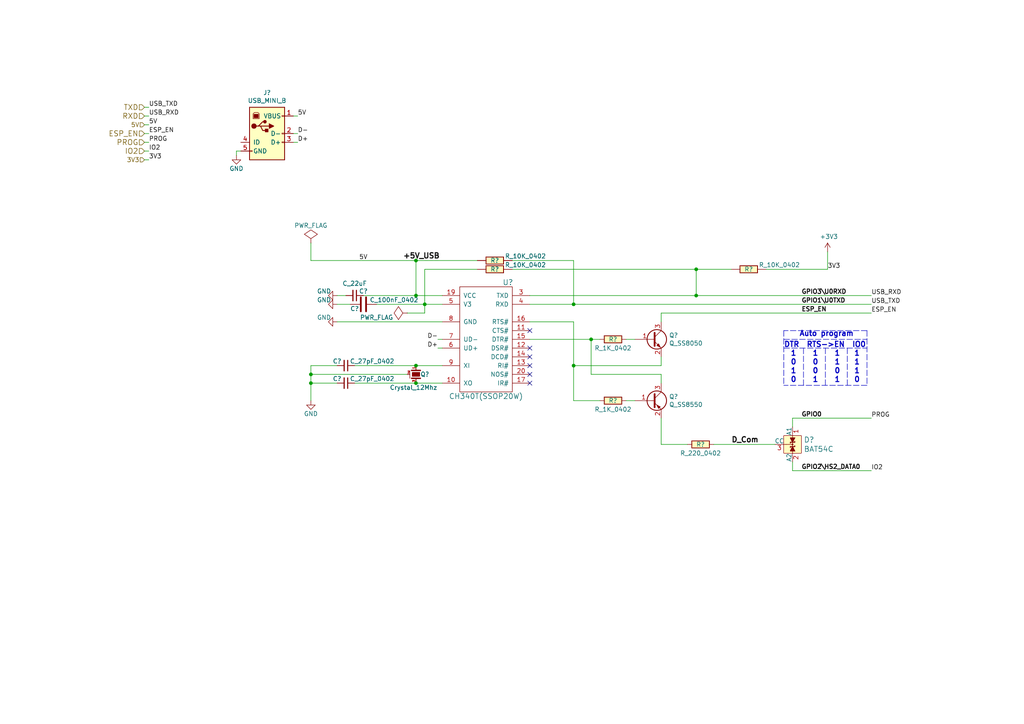
<source format=kicad_sch>
(kicad_sch (version 20211123) (generator eeschema)
  (paper "A4")
  (lib_symbols
    (symbol "C_27pF_0402_1" (pin_numbers hide) (pin_names (offset 0.254) hide)
      (property "Reference" "C" (at 0.254 1.778 0))
      (property "Value" "C_27pF_0402_1" (at 0.254 -2.032 0))
      (symbol "C_27pF_0402_1_0_1"
        (polyline (pts (xy -1.524 -0.508) (xy 1.524 -0.508)) (stroke (width 0.3302)))
        (polyline (pts (xy -1.524 0.508) (xy 1.524 0.508)) (stroke (width 0.3048)))
      )
      (symbol "C_27pF_0402_1_1_1"
        (pin passive line (at 0 2.54 270) (length 1.905) (name "~") (number "1"))
        (pin passive line (at 0 -2.54 90) (length 2.032) (name "~") (number "2"))
      )
    )
    (symbol "ESP32-PoE_Rev_E:+3.3V" (power) (pin_names (offset 0))
      (property "Value" "+3.3V" (at 0 3.556 0))
      (symbol "+3.3V_0_1"
        (polyline (pts (xy -0.762 1.27) (xy 0 2.54)))
        (polyline (pts (xy 0 0) (xy 0 2.54)))
        (polyline (pts (xy 0 2.54) (xy 0.762 1.27)))
      )
      (symbol "+3.3V_1_1"
        (pin power_in line (at 0 0 90) (length 0) hide (name "+3V3") (number "1"))
      )
    )
    (symbol "ESP32-PoE_Rev_E:PWR_FLAG" (power) (pin_numbers hide) (pin_names (offset 0) hide)
      (property "Value" "PWR_FLAG" (at 0 4.572 0))
      (symbol "PWR_FLAG_0_0"
        (pin power_out line (at 0 0 90) (length 0) (name "pwr") (number "1"))
      )
      (symbol "PWR_FLAG_0_1"
        (polyline (pts (xy 0 0) (xy 0 1.27) (xy -1.905 2.54) (xy 0 3.81) (xy 1.905 2.54) (xy 0 1.27)))
      )
    )
    (symbol "Open_Automation:BAT54C" (pin_names (offset 0))
      (property "Reference" "D" (at 0 6.35 0))
      (property "Value" "BAT54C" (at 0 3.81 0))
      (symbol "BAT54C_0_1"
        (polyline (pts (xy -2.54 0) (xy 2.54 0)))
        (polyline (pts (xy -0.889 0.635) (xy -0.635 0.635)) (stroke (width 0.254)))
        (polyline (pts (xy -0.635 -0.635) (xy -0.381 -0.635)) (stroke (width 0.254)))
        (polyline (pts (xy -0.635 0.635) (xy -0.635 -0.635)) (stroke (width 0.254)))
        (polyline (pts (xy 0 -1.905) (xy 0 -2.54)))
        (polyline (pts (xy 0 0) (xy 0 -1.905)))
        (polyline (pts (xy 0.381 0.635) (xy 0.635 0.635)) (stroke (width 0.254)))
        (polyline (pts (xy 0.635 -0.635) (xy 0.889 -0.635)) (stroke (width 0.254)))
        (polyline (pts (xy 0.635 0.635) (xy 0.635 -0.635)) (stroke (width 0.254)))
        (polyline (pts (xy -1.905 0.635) (xy -1.905 -0.635) (xy -0.635 0) (xy -1.905 0.635)) (stroke (width 0.254)) (fill (type outline)))
        (polyline (pts (xy 1.905 0.635) (xy 1.905 -0.635) (xy 0.635 0) (xy 1.905 0.635)) (stroke (width 0.254)) (fill (type outline)))
        (polyline (pts (xy -2.54 2.54) (xy 2.54 2.54) (xy 2.54 -2.54) (xy -2.54 -2.54) (xy -2.54 2.54)) (fill (type background)))
        (circle (center 0 0) (radius 0.127) (stroke (width 0.254)))
      )
      (symbol "BAT54C_1_1"
        (pin passive line (at -5.08 0 0) (length 2.54) (name "A1") (number "1"))
        (pin passive line (at 5.08 0 180) (length 2.54) (name "A2") (number "2"))
        (pin passive line (at 0 -5.08 90) (length 2.54) (name "CC") (number "3"))
      )
    )
    (symbol "Open_Automation:CH340T(SSOP20W)" (pin_names (offset 1.016))
      (property "Reference" "U" (at -5.08 -16.51 0))
      (property "Value" "Open_Automation_CH340T(SSOP20W)" (at 0 16.51 0))
      (symbol "CH340T(SSOP20W)_0_1"
        (rectangle (start -7.62 15.24) (end 7.62 -15.24))
      )
      (symbol "CH340T(SSOP20W)_1_1"
        (pin output line (at -12.7 -12.7 0) (length 5.08) (name "XO") (number "10"))
        (pin input line (at 12.7 2.54 180) (length 5.08) (name "CTS#") (number "11"))
        (pin input line (at 12.7 -2.54 180) (length 5.08) (name "DSR#") (number "12"))
        (pin input line (at 12.7 -7.62 180) (length 5.08) (name "RI#") (number "13"))
        (pin input line (at 12.7 -5.08 180) (length 5.08) (name "DCD#") (number "14"))
        (pin output line (at 12.7 0 180) (length 5.08) (name "DTR#") (number "15"))
        (pin output line (at 12.7 5.08 180) (length 5.08) (name "RTS#") (number "16"))
        (pin input line (at 12.7 -12.7 180) (length 5.08) (name "IR#") (number "17"))
        (pin power_in line (at -12.7 12.7 0) (length 5.08) (name "VCC") (number "19"))
        (pin input line (at 12.7 -10.16 180) (length 5.08) (name "NOS#") (number "20"))
        (pin output line (at 12.7 12.7 180) (length 5.08) (name "TXD") (number "3"))
        (pin input line (at 12.7 10.16 180) (length 5.08) (name "RXD") (number "4"))
        (pin power_in line (at -12.7 10.16 0) (length 5.08) (name "V3") (number "5"))
        (pin bidirectional line (at -12.7 -2.54 0) (length 5.08) (name "UD+") (number "6"))
        (pin bidirectional line (at -12.7 0 0) (length 5.08) (name "UD-") (number "7"))
        (pin power_in line (at -12.7 5.08 0) (length 5.08) (name "GND") (number "8"))
        (pin input line (at -12.7 -7.62 0) (length 5.08) (name "XI") (number "9"))
      )
    )
    (symbol "Open_Automation:C_100nF_0402" (pin_numbers hide) (pin_names (offset 0.254))
      (property "Reference" "C" (at 0.635 2.54 0))
      (property "Value" "Open_Automation_C_100nF_0402" (at -5.715 -2.54 0))
      (symbol "C_100nF_0402_0_1"
        (polyline (pts (xy -2.032 -0.762) (xy 2.032 -0.762)) (stroke (width 0.508)))
        (polyline (pts (xy -2.032 0.762) (xy 2.032 0.762)) (stroke (width 0.508)))
      )
      (symbol "C_100nF_0402_1_1"
        (pin passive line (at 0 3.81 270) (length 2.794) (name "~") (number "1"))
        (pin passive line (at 0 -3.81 90) (length 2.794) (name "~") (number "2"))
      )
    )
    (symbol "Open_Automation:C_22uF" (pin_numbers hide) (pin_names (offset 0.254) hide)
      (property "Reference" "C" (at 0.254 1.778 0))
      (property "Value" "Open_Automation_C_22uF" (at 0.254 -2.032 0))
      (symbol "C_22uF_0_1"
        (polyline (pts (xy -1.524 -0.508) (xy 1.524 -0.508)) (stroke (width 0.3302)))
        (polyline (pts (xy -1.524 0.508) (xy 1.524 0.508)) (stroke (width 0.3048)))
      )
      (symbol "C_22uF_1_1"
        (pin passive line (at 0 2.54 270) (length 1.905) (name "~") (number "1"))
        (pin passive line (at 0 -2.54 90) (length 2.032) (name "~") (number "2"))
      )
    )
    (symbol "Open_Automation:C_27pF_0402" (pin_numbers hide) (pin_names (offset 0.254) hide)
      (property "Reference" "C" (at 0.254 1.778 0))
      (property "Value" "Open_Automation_C_27pF_0402" (at 0.254 -2.032 0))
      (symbol "C_27pF_0402_0_1"
        (polyline (pts (xy -1.524 -0.508) (xy 1.524 -0.508)) (stroke (width 0.3302)))
        (polyline (pts (xy -1.524 0.508) (xy 1.524 0.508)) (stroke (width 0.3048)))
      )
      (symbol "C_27pF_0402_1_1"
        (pin passive line (at 0 2.54 270) (length 1.905) (name "~") (number "1"))
        (pin passive line (at 0 -2.54 90) (length 2.032) (name "~") (number "2"))
      )
    )
    (symbol "Open_Automation:Crystal_12Mhz" (pin_names (offset 1.016) hide)
      (property "Reference" "Q" (at 0 2.286 0))
      (property "Value" "Open_Automation_Crystal_12Mhz" (at 7.62 -3.81 0))
      (symbol "Crystal_12Mhz_0_1"
        (polyline (pts (xy -1.143 -1.778) (xy 1.143 -1.778)))
        (polyline (pts (xy -1.143 1.27) (xy -1.143 -1.27)) (stroke (width 0.4064)))
        (polyline (pts (xy 1.143 1.27) (xy 1.143 -1.27)) (stroke (width 0.4064)))
        (polyline (pts (xy -0.508 1.016) (xy 0.508 1.016) (xy 0.508 -1.016) (xy -0.508 -1.016) (xy -0.508 1.016)) (stroke (width 0.3048)) (fill (type outline)))
      )
      (symbol "Crystal_12Mhz_1_1"
        (pin passive line (at -2.54 0 0) (length 1.27) (name "1") (number "1"))
        (pin passive line (at 0 -2.54 90) (length 0.762) (name "case") (number "2"))
        (pin passive line (at 2.54 0 180) (length 1.27) (name "3") (number "3"))
        (pin passive line (at 0 -2.54 90) (length 0.762) hide (name "case") (number "4"))
      )
    )
    (symbol "Open_Automation:Q_SS8050" (pin_names (offset 0) hide)
      (property "Reference" "Q" (at 7.62 1.27 0))
      (property "Value" "Open_Automation_Q_SS8050" (at 15.24 -1.27 0))
      (symbol "Q_SS8050_0_1"
        (polyline (pts (xy 0.635 0.635) (xy 2.54 2.54)))
        (polyline (pts (xy 0.635 -0.635) (xy 2.54 -2.54) (xy 2.54 -2.54)))
        (polyline (pts (xy 0.635 1.905) (xy 0.635 -1.905) (xy 0.635 -1.905)) (stroke (width 0.508)))
        (polyline (pts (xy 1.27 -1.778) (xy 1.778 -1.27) (xy 2.286 -2.286) (xy 1.27 -1.778) (xy 1.27 -1.778)) (fill (type outline)))
        (circle (center 1.27 0) (radius 2.8194) (stroke (width 0.254)))
      )
      (symbol "Q_SS8050_1_1"
        (pin passive line (at -5.08 0 0) (length 5.715) (name "B") (number "1"))
        (pin passive line (at 2.54 -5.08 90) (length 2.54) (name "E") (number "2"))
        (pin passive line (at 2.54 5.08 270) (length 2.54) (name "C") (number "3"))
      )
    )
    (symbol "Open_Automation:Q_SS8550" (pin_names (offset 0) hide)
      (property "Reference" "Q" (at 5.08 1.905 0))
      (property "Value" "Open_Automation_Q_SS8550" (at 5.08 0 0))
      (symbol "Q_SS8550_0_1"
        (polyline (pts (xy 0 0) (xy 0.635 0)))
        (polyline (pts (xy 0.635 0.635) (xy 2.54 2.54)))
        (polyline (pts (xy 2.54 -2.54) (xy 0.635 -0.635)))
        (polyline (pts (xy 0.635 1.905) (xy 0.635 0) (xy 0.635 -1.905) (xy 0.635 -1.905)) (stroke (width 0.508)))
        (polyline (pts (xy 1.27 -1.27) (xy 1.778 -2.286) (xy 2.286 -1.778) (xy 1.27 -1.27) (xy 1.27 -1.27)) (fill (type outline)))
        (circle (center 1.27 0) (radius 2.8194) (stroke (width 0.254)))
      )
      (symbol "Q_SS8550_1_1"
        (pin input line (at -5.08 0 0) (length 5.08) (name "B") (number "1"))
        (pin passive line (at 2.54 -5.08 90) (length 2.54) (name "E") (number "2"))
        (pin passive line (at 2.54 5.08 270) (length 2.54) (name "C") (number "3"))
      )
    )
    (symbol "Open_Automation:R_10K_0402" (pin_numbers hide) (pin_names (offset 0))
      (property "Reference" "R" (at 0 0 90))
      (property "Value" "Open_Automation_R_10K_0402" (at -1.905 0 90))
      (symbol "R_10K_0402_0_1"
        (rectangle (start -1.016 -2.54) (end 1.016 2.54) (stroke (width 0.254)) (fill (type background)))
      )
      (symbol "R_10K_0402_1_1"
        (pin passive line (at 0 -5.08 90) (length 2.54) (name "~") (number "1"))
        (pin passive line (at 0 5.08 270) (length 2.54) (name "~") (number "2"))
      )
    )
    (symbol "Open_Automation:R_1K_0402" (pin_numbers hide) (pin_names (offset 0))
      (property "Reference" "R" (at 0 0 90))
      (property "Value" "Open_Automation_R_1K_0402" (at -1.905 0 90))
      (symbol "R_1K_0402_0_1"
        (rectangle (start -1.016 -2.54) (end 1.016 2.54) (stroke (width 0.254)) (fill (type background)))
      )
      (symbol "R_1K_0402_1_1"
        (pin passive line (at 0 3.81 270) (length 1.27) (name "~") (number "1"))
        (pin passive line (at 0 -3.81 90) (length 1.27) (name "~") (number "2"))
      )
    )
    (symbol "Open_Automation:R_220_0402" (pin_numbers hide) (pin_names (offset 0))
      (property "Reference" "R" (at 0 0 90))
      (property "Value" "R_220_0402" (at -1.905 0 90))
      (symbol "R_220_0402_0_1"
        (rectangle (start -1.016 -2.54) (end 1.016 2.54) (stroke (width 0.254)) (fill (type background)))
      )
      (symbol "R_220_0402_1_1"
        (pin passive line (at 0 3.81 270) (length 1.27) (name "~") (number "1"))
        (pin passive line (at 0 -3.81 90) (length 1.27) (name "~") (number "2"))
      )
    )
    (symbol "Open_Automation:USB_MINI_B" (pin_names (offset 1.016))
      (property "Reference" "J" (at 2.54 8.89 0))
      (property "Value" "USB_MINI_B" (at -5.08 -8.89 0))
      (symbol "USB_MINI_B_0_1"
        (rectangle (start -5.08 -7.62) (end 5.08 7.62) (stroke (width 0.254)) (fill (type background)))
        (rectangle (start -5.08 -4.953) (end -4.318 -5.207))
        (circle (center -3.81 2.159) (radius 0.635) (stroke (width 0.254)) (fill (type outline)))
        (rectangle (start -3.81 5.588) (end -2.54 4.572) (fill (type outline)))
        (circle (center -0.635 3.429) (radius 0.381) (stroke (width 0.254)) (fill (type outline)))
        (polyline (pts (xy -1.905 2.159) (xy 0.635 2.159)) (stroke (width 0.254)))
        (polyline (pts (xy -3.175 2.159) (xy -2.54 2.159) (xy -1.27 3.429) (xy -0.635 3.429)) (stroke (width 0.254)))
        (polyline (pts (xy -2.54 2.159) (xy -1.905 2.159) (xy -1.27 0.889) (xy 0 0.889)) (stroke (width 0.254)))
        (polyline (pts (xy 0.635 2.794) (xy 0.635 1.524) (xy 1.905 2.159) (xy 0.635 2.794)) (stroke (width 0.254)) (fill (type outline)))
        (polyline (pts (xy -4.064 4.318) (xy -2.286 4.318) (xy -2.286 5.715) (xy -2.667 6.096) (xy -3.683 6.096) (xy -4.064 5.715) (xy -4.064 4.318)))
        (rectangle (start 0.254 1.27) (end -0.508 0.508) (stroke (width 0.254)) (fill (type outline)))
        (rectangle (start 5.08 -2.667) (end 4.318 -2.413))
        (rectangle (start 5.08 -0.127) (end 4.318 0.127))
        (rectangle (start 5.08 4.953) (end 4.318 5.207))
      )
      (symbol "USB_MINI_B_1_1"
        (pin power_out line (at 7.62 5.08 180) (length 2.54) (name "VBUS") (number "1"))
        (pin passive line (at 7.62 0 180) (length 2.54) (name "D-") (number "2"))
        (pin passive line (at 7.62 -2.54 180) (length 2.54) (name "D+") (number "3"))
        (pin passive line (at -7.62 -2.54 0) (length 2.54) (name "ID") (number "4"))
        (pin power_out line (at -7.62 -5.08 0) (length 2.54) (name "GND") (number "5"))
      )
    )
    (symbol "R_10K_0402_1" (pin_numbers hide) (pin_names (offset 0))
      (property "Reference" "R" (at 0 0 90))
      (property "Value" "R_10K_0402_1" (at -1.905 0 90))
      (symbol "R_10K_0402_1_0_1"
        (rectangle (start -1.016 -2.54) (end 1.016 2.54) (stroke (width 0.254)) (fill (type background)))
      )
      (symbol "R_10K_0402_1_1_1"
        (pin passive line (at 0 -5.08 90) (length 2.54) (name "~") (number "1"))
        (pin passive line (at 0 5.08 270) (length 2.54) (name "~") (number "2"))
      )
    )
    (symbol "R_10K_0402_2" (pin_numbers hide) (pin_names (offset 0))
      (property "Reference" "R" (at 0 0 90))
      (property "Value" "R_10K_0402_2" (at -1.905 0 90))
      (symbol "R_10K_0402_2_0_1"
        (rectangle (start -1.016 -2.54) (end 1.016 2.54) (stroke (width 0.254)) (fill (type background)))
      )
      (symbol "R_10K_0402_2_1_1"
        (pin passive line (at 0 -5.08 90) (length 2.54) (name "~") (number "1"))
        (pin passive line (at 0 5.08 270) (length 2.54) (name "~") (number "2"))
      )
    )
    (symbol "R_1K_0402_1" (pin_numbers hide) (pin_names (offset 0))
      (property "Reference" "R" (at 0 0 90))
      (property "Value" "R_1K_0402_1" (at -1.905 0 90))
      (symbol "R_1K_0402_1_0_1"
        (rectangle (start -1.016 -2.54) (end 1.016 2.54) (stroke (width 0.254)) (fill (type background)))
      )
      (symbol "R_1K_0402_1_1_1"
        (pin passive line (at 0 3.81 270) (length 1.27) (name "~") (number "1"))
        (pin passive line (at 0 -3.81 90) (length 1.27) (name "~") (number "2"))
      )
    )
    (symbol "power:GND" (power) (pin_names (offset 0))
      (property "Value" "power_GND" (at 0 -3.81 0))
      (symbol "GND_0_1"
        (polyline (pts (xy 0 0) (xy 0 -1.27) (xy 1.27 -1.27) (xy 0 -2.54) (xy -1.27 -1.27) (xy 0 -1.27)))
      )
      (symbol "GND_1_1"
        (pin power_in line (at 0 0 270) (length 0) hide (name "GND") (number "1"))
      )
    )
  )
  (junction (at 90.17 108.585))
  (junction (at 201.93 78.105))
  (junction (at 120.65 75.565))
  (junction (at 120.65 111.125))
  (junction (at 120.65 106.045))
  (junction (at 166.37 106.045))
  (junction (at 166.37 88.265))
  (junction (at 120.65 85.725))
  (junction (at 201.93 85.725))
  (junction (at 171.45 98.425))
  (junction (at 123.19 88.265))
  (junction (at 90.17 111.125))
  (no_connect (at 153.67 103.505))
  (no_connect (at 153.67 95.885))
  (no_connect (at 153.67 111.125))
  (no_connect (at 153.67 106.045))
  (no_connect (at 153.67 108.585))
  (no_connect (at 153.67 100.965))
  (wire (pts (xy 90.17 108.585) (xy 90.17 111.125)))
  (wire (pts (xy 222.25 78.105) (xy 240.03 78.105)))
  (wire (pts (xy 86.36 41.275) (xy 85.09 41.275)))
  (wire (pts (xy 41.91 46.355) (xy 43.18 46.355)))
  (wire (pts (xy 118.11 108.585) (xy 90.17 108.585)))
  (polyline (pts (xy 227.33 100.965) (xy 251.46 100.965)))
  (wire (pts (xy 229.87 136.525) (xy 252.73 136.525)))
  (wire (pts (xy 43.18 43.815) (xy 41.91 43.815)))
  (wire (pts (xy 212.09 78.105) (xy 201.93 78.105)))
  (wire (pts (xy 97.79 88.265) (xy 101.6 88.265)))
  (wire (pts (xy 97.79 93.345) (xy 128.27 93.345)))
  (polyline (pts (xy 233.045 100.965) (xy 233.045 111.76)))
  (wire (pts (xy 123.19 88.265) (xy 128.27 88.265)))
  (wire (pts (xy 120.65 106.045) (xy 128.27 106.045)))
  (wire (pts (xy 153.67 88.265) (xy 166.37 88.265)))
  (wire (pts (xy 181.61 98.425) (xy 184.15 98.425)))
  (polyline (pts (xy 245.745 100.965) (xy 245.745 111.76)))
  (polyline (pts (xy 251.46 95.885) (xy 227.33 95.885)))
  (wire (pts (xy 191.77 106.045) (xy 166.37 106.045)))
  (wire (pts (xy 90.17 70.485) (xy 90.17 75.565)))
  (polyline (pts (xy 227.33 95.885) (xy 227.33 111.76)))
  (wire (pts (xy 118.11 90.805) (xy 123.19 90.805)))
  (wire (pts (xy 120.65 85.725) (xy 128.27 85.725)))
  (wire (pts (xy 90.17 75.565) (xy 120.65 75.565)))
  (polyline (pts (xy 251.46 111.76) (xy 227.33 111.76)))
  (wire (pts (xy 102.87 111.125) (xy 120.65 111.125)))
  (polyline (pts (xy 239.395 100.965) (xy 239.395 111.76)))
  (wire (pts (xy 123.19 90.805) (xy 123.19 88.265)))
  (wire (pts (xy 166.37 93.345) (xy 166.37 106.045)))
  (wire (pts (xy 43.18 31.115) (xy 41.91 31.115)))
  (wire (pts (xy 199.39 128.905) (xy 191.77 128.905)))
  (wire (pts (xy 148.59 75.565) (xy 166.37 75.565)))
  (wire (pts (xy 90.17 106.045) (xy 90.17 108.585)))
  (wire (pts (xy 191.77 103.505) (xy 191.77 106.045)))
  (wire (pts (xy 166.37 75.565) (xy 166.37 88.265)))
  (wire (pts (xy 229.87 133.985) (xy 229.87 136.525)))
  (wire (pts (xy 68.58 43.815) (xy 69.85 43.815)))
  (wire (pts (xy 166.37 106.045) (xy 166.37 116.205)))
  (wire (pts (xy 127 98.425) (xy 128.27 98.425)))
  (wire (pts (xy 181.61 116.205) (xy 184.15 116.205)))
  (wire (pts (xy 229.87 121.285) (xy 229.87 123.825)))
  (wire (pts (xy 120.65 111.125) (xy 128.27 111.125)))
  (wire (pts (xy 97.79 111.125) (xy 90.17 111.125)))
  (wire (pts (xy 201.93 85.725) (xy 252.73 85.725)))
  (wire (pts (xy 120.65 75.565) (xy 120.65 85.725)))
  (wire (pts (xy 191.77 111.125) (xy 191.77 108.585)))
  (wire (pts (xy 191.77 93.345) (xy 191.77 90.805)))
  (wire (pts (xy 68.58 45.085) (xy 68.58 43.815)))
  (wire (pts (xy 240.03 73.025) (xy 240.03 78.105)))
  (wire (pts (xy 166.37 116.205) (xy 173.99 116.205)))
  (wire (pts (xy 109.22 88.265) (xy 123.19 88.265)))
  (wire (pts (xy 229.87 121.285) (xy 252.73 121.285)))
  (wire (pts (xy 153.67 85.725) (xy 201.93 85.725)))
  (wire (pts (xy 97.79 106.045) (xy 90.17 106.045)))
  (wire (pts (xy 86.36 33.655) (xy 85.09 33.655)))
  (wire (pts (xy 153.67 93.345) (xy 166.37 93.345)))
  (wire (pts (xy 138.43 75.565) (xy 120.65 75.565)))
  (wire (pts (xy 127 100.965) (xy 128.27 100.965)))
  (wire (pts (xy 171.45 98.425) (xy 173.99 98.425)))
  (wire (pts (xy 201.93 78.105) (xy 201.93 85.725)))
  (wire (pts (xy 100.33 85.725) (xy 97.79 85.725)))
  (wire (pts (xy 41.91 33.655) (xy 43.18 33.655)))
  (wire (pts (xy 43.18 38.735) (xy 41.91 38.735)))
  (polyline (pts (xy 227.33 98.425) (xy 251.46 98.425)))
  (wire (pts (xy 191.77 108.585) (xy 171.45 108.585)))
  (wire (pts (xy 153.67 98.425) (xy 171.45 98.425)))
  (wire (pts (xy 148.59 78.105) (xy 201.93 78.105)))
  (wire (pts (xy 138.43 78.105) (xy 123.19 78.105)))
  (wire (pts (xy 191.77 121.285) (xy 191.77 128.905)))
  (wire (pts (xy 123.19 78.105) (xy 123.19 88.265)))
  (wire (pts (xy 166.37 88.265) (xy 252.73 88.265)))
  (wire (pts (xy 171.45 108.585) (xy 171.45 98.425)))
  (wire (pts (xy 105.41 85.725) (xy 120.65 85.725)))
  (wire (pts (xy 90.17 111.125) (xy 90.17 116.205)))
  (wire (pts (xy 41.91 36.195) (xy 43.18 36.195)))
  (wire (pts (xy 102.87 106.045) (xy 120.65 106.045)))
  (wire (pts (xy 207.01 128.905) (xy 224.79 128.905)))
  (wire (pts (xy 43.18 41.275) (xy 41.91 41.275)))
  (wire (pts (xy 191.77 90.805) (xy 252.73 90.805)))
  (wire (pts (xy 86.36 38.735) (xy 85.09 38.735)))
  (polyline (pts (xy 251.46 95.885) (xy 251.46 111.76)))
  (text "1" (at 241.935 103.505 0) (effects (font (size 1.524 1.524) (thickness 0.3048) bold) (justify left bottom)))
  (text "1" (at 247.65 103.505 0) (effects (font (size 1.524 1.524) (thickness 0.3048) bold) (justify left bottom)))
  (text "1" (at 235.585 103.505 0) (effects (font (size 1.524 1.524) (thickness 0.3048) bold) (justify left bottom)))
  (text "0" (at 235.585 106.045 0) (effects (font (size 1.524 1.524) (thickness 0.3048) bold) (justify left bottom)))
  (text "1" (at 241.935 106.045 0) (effects (font (size 1.524 1.524) (thickness 0.3048) bold) (justify left bottom)))
  (text "0" (at 229.235 111.125 0) (effects (font (size 1.524 1.524) (thickness 0.3048) bold) (justify left bottom)))
  (text "1" (at 235.585 111.125 0) (effects (font (size 1.524 1.524) (thickness 0.3048) bold) (justify left bottom)))
  (text "Auto program\n" (at 231.775 97.79 0) (effects (font (size 1.524 1.524) (thickness 0.3048) bold) (justify left bottom)))
  (text "0" (at 235.585 108.585 0) (effects (font (size 1.524 1.524) (thickness 0.3048) bold) (justify left bottom)))
  (text "0" (at 241.935 108.585 0) (effects (font (size 1.524 1.524) (thickness 0.3048) bold) (justify left bottom)))
  (text "1" (at 229.235 108.585 0) (effects (font (size 1.524 1.524) (thickness 0.3048) bold) (justify left bottom)))
  (text "1" (at 247.65 106.045 0) (effects (font (size 1.524 1.524) (thickness 0.3048) bold) (justify left bottom)))
  (text "0" (at 229.235 106.045 0) (effects (font (size 1.524 1.524) (thickness 0.3048) bold) (justify left bottom)))
  (text "0" (at 247.65 111.125 0) (effects (font (size 1.524 1.524) (thickness 0.3048) bold) (justify left bottom)))
  (text "DTR  RTS->EN  IO0" (at 227.33 100.965 0) (effects (font (size 1.524 1.524) (thickness 0.3048) bold) (justify left bottom)))
  (text "1" (at 247.65 108.585 0) (effects (font (size 1.524 1.524) (thickness 0.3048) bold) (justify left bottom)))
  (text "1" (at 241.935 111.125 0) (effects (font (size 1.524 1.524) (thickness 0.3048) bold) (justify left bottom)))
  (text "1" (at 229.235 103.505 0) (effects (font (size 1.524 1.524) (thickness 0.3048) bold) (justify left bottom)))
  (label "PROG" (at 252.73 121.285 0))
  (label "3V3" (at 240.03 78.105 0))
  (label "ESP_EN" (at 252.73 90.805 0))
  (label "USB_TXD" (at 43.18 31.115 0))
  (label "5V" (at 86.36 33.655 0))
  (label "D-" (at 86.36 38.735 0))
  (label "IO2" (at 43.18 43.815 0))
  (label "5V" (at 104.14 75.565 0))
  (label "+5V_USB" (at 116.84 75.565 0) (effects (font (size 1.524 1.524) (thickness 0.3048) bold)))
  (label "GPIO0" (at 232.41 121.285 0) (effects (font (thickness 0.254) bold)))
  (label "PROG" (at 43.18 41.275 0))
  (label "5V" (at 43.18 36.195 0))
  (label "USB_RXD" (at 252.73 85.725 0))
  (label "ESP_EN" (at 232.41 90.805 0) (effects (font (thickness 0.254) bold)))
  (label "GPIO2\\HS2_DATA0" (at 232.41 136.525 0) (effects (font (thickness 0.254) bold)))
  (label "USB_TXD" (at 252.73 88.265 0))
  (label "3V3" (at 43.18 46.355 0))
  (label "ESP_EN" (at 43.18 38.735 0))
  (label "GPIO1\\U0TXD" (at 232.41 88.265 0) (effects (font (thickness 0.254) bold)))
  (label "D+" (at 86.36 41.275 0))
  (label "IO2" (at 252.73 136.525 0))
  (label "D_Com" (at 212.09 128.905 0) (effects (font (size 1.524 1.524) (thickness 0.3048) bold)))
  (label "USB_RXD" (at 43.18 33.655 0))
  (label "D-" (at 127 98.425 180))
  (label "GPIO3\\U0RXD" (at 232.41 85.725 0) (effects (font (thickness 0.254) bold)))
  (label "D+" (at 127 100.965 180))
  (hierarchical_label "3V3" (shape input) (at 41.91 46.355 180))
  (hierarchical_label "ESP_EN" (shape input) (at 41.91 38.735 180) (effects (font (size 1.524 1.524))))
  (hierarchical_label "RXD" (shape input) (at 41.91 33.655 180) (effects (font (size 1.524 1.524))))
  (hierarchical_label "5V" (shape input) (at 41.91 36.195 180))
  (hierarchical_label "PROG" (shape input) (at 41.91 41.275 180) (effects (font (size 1.524 1.524))))
  (hierarchical_label "IO2" (shape input) (at 41.91 43.815 180) (effects (font (size 1.524 1.524))))
  (hierarchical_label "TXD" (shape input) (at 41.91 31.115 180) (effects (font (size 1.524 1.524))))
  (symbol (lib_name "R_10K_0402_1") (lib_id "Open_Automation:R_10K_0402") (at 143.51 75.565 270) (unit 1)
    (property "Reference" "R?" (at 143.51 75.565 90))
    (property "Value" "R_10K_0402" (at 152.4 74.295 90))
    (property "Footprint" "Resistor_SMD:R_0402_1005Metric_Pad0.72x0.64mm_HandSolder" (effects hide))
    (property "Datasheet" "https://datasheet.lcsc.com/szlcsc/Uniroyal-Elec-0402WGF1002TCE_C25744.pdf" (effects hide))
    (property "Part Number" "0402WGF1002TCE" (effects hide))
    (property "LCSC" "C25744" (effects hide))
  )
  (symbol (lib_id "power:GND") (at 97.79 93.345 270) (unit 1)
    (property "Reference" "#PWR?" (effects hide))
    (property "Value" "GND" (at 93.98 92.075 90))
  )
  (symbol (lib_name "R_1K_0402_1") (lib_id "Open_Automation:R_1K_0402") (at 177.8 98.425 270) (unit 1)
    (property "Reference" "R?" (at 177.8 98.425 90))
    (property "Value" "R_1K_0402" (at 177.8 100.965 90))
    (property "Footprint" "Resistor_SMD:R_0402_1005Metric_Pad0.72x0.64mm_HandSolder" (effects hide))
    (property "Datasheet" "https://www.digikey.com/product-detail/en/panasonic-electronic-components/ERJ-3GEYJ102V/P1.0KGDKR-ND/577615" (effects hide))
    (property "Part Number" "0402WGF1001TCE" (effects hide))
    (property "LCSC" "C11702" (effects hide))
  )
  (symbol (lib_id "power:GND") (at 90.17 116.205 0) (unit 1)
    (property "Reference" "#PWR?" (effects hide))
    (property "Value" "GND" (at 90.17 120.015 0))
  )
  (symbol (lib_id "Open_Automation:C_100nF_0402") (at 105.41 88.265 270) (unit 1)
    (property "Reference" "C?" (at 102.87 89.535 90))
    (property "Value" "C_100nF_0402" (at 114.3 86.995 90))
    (property "Footprint" "Capacitor_SMD:C_0402_1005Metric_Pad0.74x0.62mm_HandSolder" (effects hide))
    (property "Datasheet" "https://datasheet.lcsc.com/szlcsc/Samsung-Electro-Mechanics-CL05B104KO5NNNC_C1525.pdf" (effects hide))
    (property "LCSC" "C1525" (effects hide))
    (property "Part Number" "CL05B104KO5NNNC" (effects hide))
  )
  (symbol (lib_id "Open_Automation:R_10K_0402") (at 217.17 78.105 270) (unit 1)
    (property "Reference" "R?" (at 217.17 78.105 90))
    (property "Value" "R_10K_0402" (at 226.06 76.835 90))
    (property "Footprint" "Resistor_SMD:R_0402_1005Metric_Pad0.72x0.64mm_HandSolder" (effects hide))
    (property "Datasheet" "https://datasheet.lcsc.com/szlcsc/Uniroyal-Elec-0402WGF1002TCE_C25744.pdf" (effects hide))
    (property "Part Number" "0402WGF1002TCE" (effects hide))
    (property "LCSC" "C25744" (effects hide))
  )
  (symbol (lib_id "Open_Automation:BAT54C") (at 229.87 128.905 270) (unit 1)
    (property "Reference" "D?" (at 233.1212 127.5588 90) (effects (font (size 1.524 1.524)) (justify left)))
    (property "Value" "BAT54C" (at 233.1212 130.2512 90) (effects (font (size 1.524 1.524)) (justify left)))
    (property "Footprint" "Package_TO_SOT_SMD:SOT-23" (effects hide))
    (property "Datasheet" "https://datasheet.lcsc.com/szlcsc/Leshan-Radio-LBAT54CLT1G_C49991.pdf" (effects hide))
    (property "Part Number" "LBAT54CLT1G" (effects hide))
    (property "LCSC" "C49991" (effects hide))
  )
  (symbol (lib_id "Open_Automation:C_22uF") (at 102.87 85.725 270) (unit 1)
    (property "Reference" "C?" (at 105.41 84.455 90))
    (property "Value" "C_22uF" (at 102.87 82.2198 90))
    (property "Footprint" "Capacitor_SMD:C_0603_1608Metric_Pad1.08x0.95mm_HandSolder" (effects hide))
    (property "Datasheet" "https://datasheet.lcsc.com/szlcsc/Samsung-Electro-Mechanics-CL10A226MQ8NRNC_C59461.pdf" (effects hide))
    (property "Part Number" "CL10A226MQ8NRNC" (effects hide))
    (property "LCSC" "C59461" (effects hide))
  )
  (symbol (lib_id "Open_Automation:USB_MINI_B") (at 77.47 38.735 0) (unit 1)
    (property "Reference" "J?" (at 77.47 26.8732 0))
    (property "Value" "USB_MINI_B" (at 77.47 29.1846 0))
    (property "Footprint" "Open_Automation:USB-mini-B-0548190519" (effects hide))
    (property "Datasheet" "https://www.molex.com/pdm_docs/sd/548190519_sd.pdf" (effects hide))
    (property "Website" "https://www.digikey.com/product-detail/en/molex/0548190519/WM17115-ND/773802" (effects hide))
    (property "Part Number" "0548190519" (effects hide))
  )
  (symbol (lib_id "ESP32-PoE_Rev_E:+3.3V") (at 240.03 73.025 0) (unit 1)
    (property "Reference" "#PWR?" (effects hide))
    (property "Value" "+3.3V" (at 240.411 68.6308 0))
  )
  (symbol (lib_id "Open_Automation:CH340T(SSOP20W)") (at 140.97 98.425 0) (unit 1)
    (property "Reference" "U?" (at 147.32 81.915 0) (effects (font (size 1.524 1.524))))
    (property "Value" "CH340T(SSOP20W)" (at 140.97 114.935 0) (effects (font (size 1.524 1.524))))
    (property "Footprint" "Open_Automation:SSOP-20W" (effects hide))
    (property "Part Number" "CH340T" (effects hide))
    (property "LCSC" "C8689" (effects hide))
  )
  (symbol (lib_id "Open_Automation:Q_SS8050") (at 189.23 98.425 0) (unit 1)
    (property "Reference" "Q?" (at 194.056 97.2566 0) (effects (justify left)))
    (property "Value" "Q_SS8050" (at 194.056 99.568 0) (effects (justify left)))
    (property "Footprint" "Package_TO_SOT_SMD:SOT-23" (effects hide))
    (property "Datasheet" "https://datasheet.lcsc.com/szlcsc/Changjiang-Electronics-Tech-CJ-SS8050_C2150.pdf" (effects hide))
    (property "Part Number" "SS8050" (effects hide))
    (property "LCSC" "C2150" (effects hide))
  )
  (symbol (lib_id "Open_Automation:Q_SS8550") (at 189.23 116.205 0) (unit 1)
    (property "Reference" "Q?" (at 194.056 115.0366 0) (effects (justify left)))
    (property "Value" "Q_SS8550" (at 194.056 117.348 0) (effects (justify left)))
    (property "Footprint" "Package_TO_SOT_SMD:SOT-23" (effects hide))
    (property "Datasheet" "https://datasheet.lcsc.com/szlcsc/Changjiang-Electronics-Tech-CJ-SS8550_C8542.pdf" (effects hide))
    (property "Part Number" "SS8550" (effects hide))
    (property "LCSC" "C8542" (effects hide))
  )
  (symbol (lib_id "power:GND") (at 68.58 45.085 0) (unit 1)
    (property "Reference" "#PWR?" (effects hide))
    (property "Value" "GND" (at 68.58 48.895 0))
  )
  (symbol (lib_id "ESP32-PoE_Rev_E:PWR_FLAG") (at 90.17 70.485 0) (unit 1)
    (property "Reference" "#FLG?" (effects hide))
    (property "Value" "PWR_FLAG" (at 90.17 65.405 0))
  )
  (symbol (lib_id "power:GND") (at 97.79 85.725 270) (unit 1)
    (property "Reference" "#PWR?" (effects hide))
    (property "Value" "GND" (at 93.98 84.455 90))
  )
  (symbol (lib_name "R_10K_0402_2") (lib_id "Open_Automation:R_10K_0402") (at 143.51 78.105 270) (unit 1)
    (property "Reference" "R?" (at 143.51 78.105 90))
    (property "Value" "R_10K_0402" (at 152.4 76.835 90))
    (property "Footprint" "Resistor_SMD:R_0402_1005Metric_Pad0.72x0.64mm_HandSolder" (effects hide))
    (property "Datasheet" "https://datasheet.lcsc.com/szlcsc/Uniroyal-Elec-0402WGF1002TCE_C25744.pdf" (effects hide))
    (property "Part Number" "0402WGF1002TCE" (effects hide))
    (property "LCSC" "C25744" (effects hide))
  )
  (symbol (lib_id "Open_Automation:C_27pF_0402") (at 100.33 111.125 270) (unit 1)
    (property "Reference" "C?" (at 97.79 109.855 90))
    (property "Value" "C_27pF_0402" (at 107.95 109.855 90))
    (property "Footprint" "Capacitor_SMD:C_0402_1005Metric_Pad0.74x0.62mm_HandSolder" (effects hide))
    (property "Datasheet" "https://datasheet.lcsc.com/szlcsc/Guangdong-Fenghua-Advanced-Tech-0402CG270J500NTN_C1557.pdf" (effects hide))
    (property "Part Number" "0402CG270J500NTN" (effects hide))
    (property "LCSC" "C1557" (effects hide))
  )
  (symbol (lib_id "ESP32-PoE_Rev_E:PWR_FLAG") (at 118.11 90.805 90) (unit 1)
    (property "Reference" "#FLG?" (effects hide))
    (property "Value" "PWR_FLAG" (at 109.22 92.075 90))
  )
  (symbol (lib_name "C_27pF_0402_1") (lib_id "Open_Automation:C_27pF_0402") (at 100.33 106.045 270) (unit 1)
    (property "Reference" "C?" (at 97.79 104.775 90))
    (property "Value" "C_27pF_0402" (at 107.95 104.775 90))
    (property "Footprint" "Capacitor_SMD:C_0402_1005Metric_Pad0.74x0.62mm_HandSolder" (effects hide))
    (property "Datasheet" "https://datasheet.lcsc.com/szlcsc/Guangdong-Fenghua-Advanced-Tech-0402CG270J500NTN_C1557.pdf" (effects hide))
    (property "Part Number" "0402CG270J500NTN" (effects hide))
    (property "LCSC" "C1557" (effects hide))
  )
  (symbol (lib_id "Open_Automation:R_220_0402") (at 203.2 128.905 270) (unit 1)
    (property "Reference" "R?" (at 203.2 128.905 90))
    (property "Value" "R_220_0402" (at 203.2 131.445 90))
    (property "Footprint" "Resistor_SMD:R_0402_1005Metric_Pad0.72x0.64mm_HandSolder" (effects hide))
    (property "Datasheet" "https://datasheet.lcsc.com/szlcsc/Uniroyal-Elec-0402WGF2200TCE_C25091.pdf" (effects hide))
    (property "Part Number" "0402WGF2200TCE" (effects hide))
    (property "LCSC" "C25091" (effects hide))
  )
  (symbol (lib_id "Open_Automation:R_1K_0402") (at 177.8 116.205 270) (unit 1)
    (property "Reference" "R?" (at 177.8 116.205 90))
    (property "Value" "R_1K_0402" (at 177.8 118.745 90))
    (property "Footprint" "Resistor_SMD:R_0402_1005Metric_Pad0.72x0.64mm_HandSolder" (effects hide))
    (property "Datasheet" "https://www.digikey.com/product-detail/en/panasonic-electronic-components/ERJ-3GEYJ102V/P1.0KGDKR-ND/577615" (effects hide))
    (property "Part Number" "0402WGF1001TCE" (effects hide))
    (property "LCSC" "C11702" (effects hide))
  )
  (symbol (lib_id "Open_Automation:Crystal_12Mhz") (at 120.65 108.585 270) (unit 1)
    (property "Reference" "Q?" (at 121.92 108.585 90) (effects (justify left)))
    (property "Value" "Crystal_12Mhz" (at 113.03 112.395 90) (effects (justify left)))
    (property "Footprint" "Crystal:Crystal_SMD_3225-4Pin_3.2x2.5mm_HandSoldering" (effects hide))
    (property "Datasheet" "https://datasheet.lcsc.com/szlcsc/Yangxing-Tech-X322512MSB4SI_C9002.pdf" (effects hide))
    (property "Part Number" "X322512MSB4SI" (effects hide))
    (property "LCSC" "C9002" (effects hide))
  )
  (symbol (lib_id "power:GND") (at 97.79 88.265 270) (unit 1)
    (property "Reference" "#PWR?" (effects hide))
    (property "Value" "GND" (at 93.98 86.995 90))
  )
)
</source>
